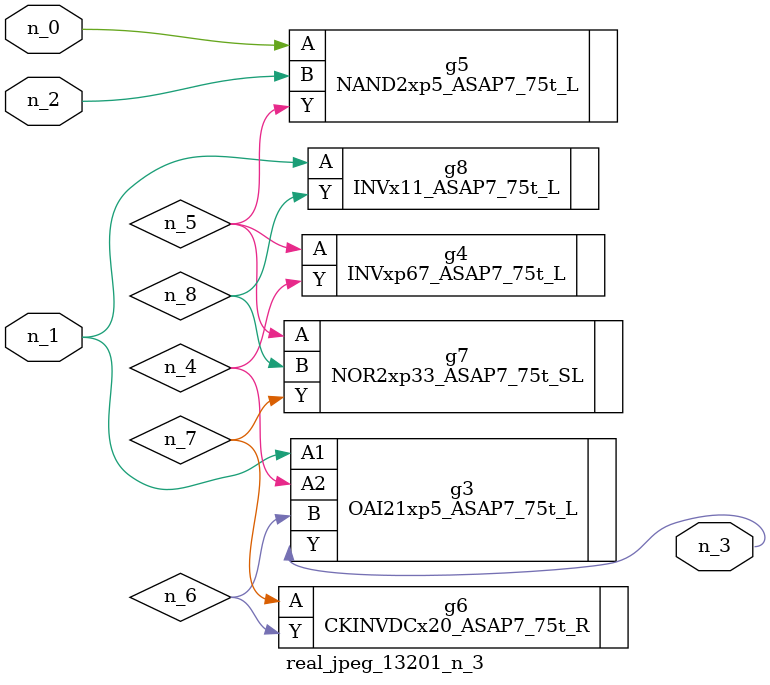
<source format=v>
module real_jpeg_13201_n_3 (n_1, n_0, n_2, n_3);

input n_1;
input n_0;
input n_2;

output n_3;

wire n_5;
wire n_4;
wire n_8;
wire n_6;
wire n_7;

NAND2xp5_ASAP7_75t_L g5 ( 
.A(n_0),
.B(n_2),
.Y(n_5)
);

OAI21xp5_ASAP7_75t_L g3 ( 
.A1(n_1),
.A2(n_4),
.B(n_6),
.Y(n_3)
);

INVx11_ASAP7_75t_L g8 ( 
.A(n_1),
.Y(n_8)
);

INVxp67_ASAP7_75t_L g4 ( 
.A(n_5),
.Y(n_4)
);

NOR2xp33_ASAP7_75t_SL g7 ( 
.A(n_5),
.B(n_8),
.Y(n_7)
);

CKINVDCx20_ASAP7_75t_R g6 ( 
.A(n_7),
.Y(n_6)
);


endmodule
</source>
